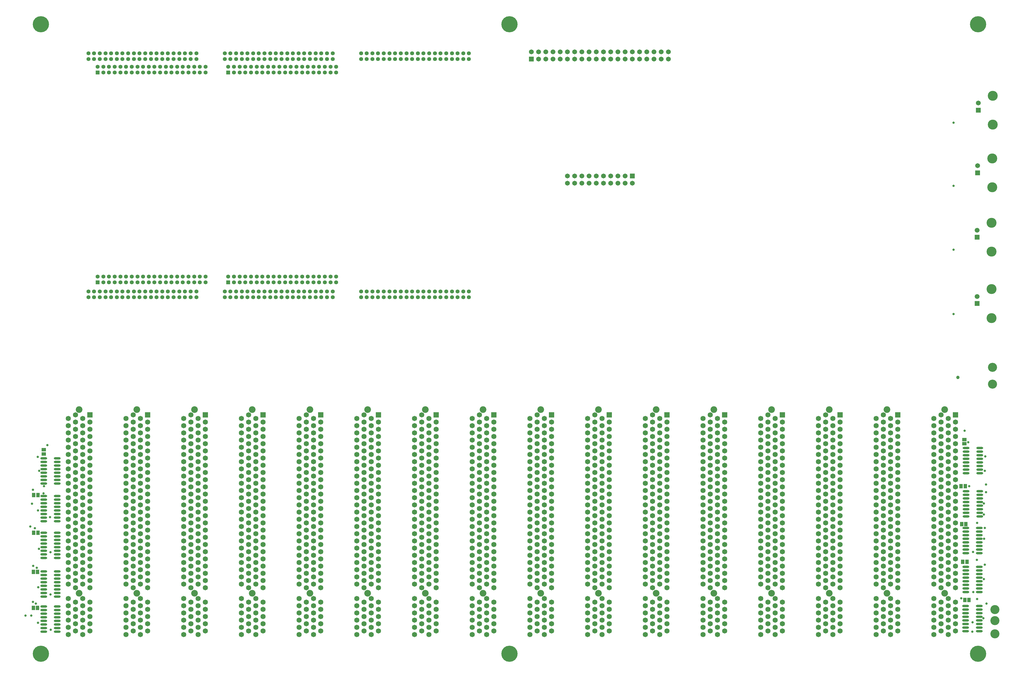
<source format=gbs>
%FSLAX25Y25*%
%MOIN*%
G70*
G01*
G75*
G04 Layer_Color=16711935*
%ADD10R,0.05512X0.05906*%
%ADD11R,0.05512X0.04331*%
%ADD12R,0.05709X0.02165*%
%ADD13R,0.05709X0.02165*%
%ADD14R,0.04331X0.06693*%
%ADD15R,0.08661X0.07874*%
%ADD16C,0.00500*%
%ADD17C,0.01181*%
%ADD18C,0.01969*%
%ADD19C,0.04724*%
%ADD20R,0.04724X0.04724*%
%ADD21R,0.05906X0.05906*%
%ADD22C,0.05906*%
%ADD23C,0.12992*%
%ADD24C,0.11811*%
%ADD25R,0.06378X0.06378*%
%ADD26C,0.06378*%
%ADD27C,0.08425*%
%ADD28C,0.21654*%
%ADD29C,0.02362*%
%ADD30C,0.03937*%
%ADD31O,0.08661X0.02362*%
%ADD32R,0.04331X0.05512*%
%ADD33C,0.00787*%
%ADD34C,0.00394*%
%ADD35C,0.00098*%
%ADD36C,0.00984*%
%ADD37C,0.01000*%
%ADD38C,0.00098*%
%ADD39C,0.00800*%
%ADD40C,0.00591*%
%ADD41R,0.06312X0.06706*%
%ADD42R,0.06312X0.05131*%
%ADD43R,0.06509X0.02965*%
%ADD44R,0.06509X0.02965*%
%ADD45R,0.05131X0.07493*%
%ADD46R,0.09461X0.08674*%
%ADD47C,0.05524*%
%ADD48R,0.05524X0.05524*%
%ADD49R,0.06706X0.06706*%
%ADD50C,0.06706*%
%ADD51C,0.13792*%
%ADD52C,0.12611*%
%ADD53R,0.07178X0.07178*%
%ADD54C,0.07178*%
%ADD55C,0.09225*%
%ADD56C,0.22453*%
%ADD57C,0.03162*%
%ADD58C,0.04737*%
%ADD59O,0.09461X0.03162*%
%ADD60R,0.05131X0.06312*%
D42*
X200787Y590354D02*
D03*
Y584449D02*
D03*
X1477165Y598622D02*
D03*
Y604528D02*
D03*
D47*
X317913Y1140748D02*
D03*
Y1132874D02*
D03*
X310039Y1140748D02*
D03*
Y1132874D02*
D03*
X302165D02*
D03*
Y1140748D02*
D03*
X278543D02*
D03*
Y1132874D02*
D03*
X286417D02*
D03*
Y1140748D02*
D03*
X294291Y1132874D02*
D03*
Y1140748D02*
D03*
X262795Y1132874D02*
D03*
Y1140748D02*
D03*
X270669Y1132874D02*
D03*
Y1140748D02*
D03*
X341535D02*
D03*
Y1132874D02*
D03*
X333661Y1140748D02*
D03*
Y1132874D02*
D03*
X325787D02*
D03*
Y1140748D02*
D03*
X365158D02*
D03*
Y1132874D02*
D03*
X357283Y1140748D02*
D03*
Y1132874D02*
D03*
X349410D02*
D03*
Y1140748D02*
D03*
X388779D02*
D03*
Y1132874D02*
D03*
X380906Y1140748D02*
D03*
Y1132874D02*
D03*
X373031D02*
D03*
Y1140748D02*
D03*
X396654D02*
D03*
Y1132874D02*
D03*
X404528D02*
D03*
Y1140748D02*
D03*
X412402Y1132874D02*
D03*
Y1140748D02*
D03*
X506890D02*
D03*
Y1132874D02*
D03*
X499016Y1140748D02*
D03*
Y1132874D02*
D03*
X491142D02*
D03*
Y1140748D02*
D03*
X467520D02*
D03*
Y1132874D02*
D03*
X475394D02*
D03*
Y1140748D02*
D03*
X483268Y1132874D02*
D03*
Y1140748D02*
D03*
X451772Y1132874D02*
D03*
Y1140748D02*
D03*
X459646Y1132874D02*
D03*
Y1140748D02*
D03*
X530512D02*
D03*
Y1132874D02*
D03*
X522638Y1140748D02*
D03*
Y1132874D02*
D03*
X514764D02*
D03*
Y1140748D02*
D03*
X554134D02*
D03*
Y1132874D02*
D03*
X546260Y1140748D02*
D03*
Y1132874D02*
D03*
X538386D02*
D03*
Y1140748D02*
D03*
X577756D02*
D03*
Y1132874D02*
D03*
X569882Y1140748D02*
D03*
Y1132874D02*
D03*
X562008D02*
D03*
Y1140748D02*
D03*
X585630D02*
D03*
Y1132874D02*
D03*
X593504D02*
D03*
Y1140748D02*
D03*
X601378Y1132874D02*
D03*
Y1140748D02*
D03*
X790354D02*
D03*
Y1132874D02*
D03*
X782480Y1140748D02*
D03*
Y1132874D02*
D03*
X774606D02*
D03*
Y1140748D02*
D03*
X750984D02*
D03*
Y1132874D02*
D03*
X758858D02*
D03*
Y1140748D02*
D03*
X766732Y1132874D02*
D03*
Y1140748D02*
D03*
X727362D02*
D03*
Y1132874D02*
D03*
X735236D02*
D03*
Y1140748D02*
D03*
X743110Y1132874D02*
D03*
Y1140748D02*
D03*
X703740D02*
D03*
Y1132874D02*
D03*
X711614D02*
D03*
Y1140748D02*
D03*
X719488Y1132874D02*
D03*
Y1140748D02*
D03*
X648622D02*
D03*
Y1132874D02*
D03*
X640748Y1140748D02*
D03*
Y1132874D02*
D03*
X672244Y1140748D02*
D03*
Y1132874D02*
D03*
X664370Y1140748D02*
D03*
Y1132874D02*
D03*
X656496D02*
D03*
Y1140748D02*
D03*
X680118D02*
D03*
Y1132874D02*
D03*
X687992D02*
D03*
Y1140748D02*
D03*
X695866Y1132874D02*
D03*
Y1140748D02*
D03*
X357283Y802165D02*
D03*
Y810039D02*
D03*
X365158Y802165D02*
D03*
Y810039D02*
D03*
X373031D02*
D03*
Y802165D02*
D03*
X396654D02*
D03*
Y810039D02*
D03*
X388779D02*
D03*
Y802165D02*
D03*
X380906Y810039D02*
D03*
Y802165D02*
D03*
X412402Y810039D02*
D03*
Y802165D02*
D03*
X404528Y810039D02*
D03*
Y802165D02*
D03*
X333661D02*
D03*
Y810039D02*
D03*
X341535Y802165D02*
D03*
Y810039D02*
D03*
X349409D02*
D03*
Y802165D02*
D03*
X310039D02*
D03*
Y810039D02*
D03*
X317913Y802165D02*
D03*
Y810039D02*
D03*
X325787D02*
D03*
Y802165D02*
D03*
X286417D02*
D03*
Y810039D02*
D03*
X294291Y802165D02*
D03*
Y810039D02*
D03*
X302165D02*
D03*
Y802165D02*
D03*
X278543D02*
D03*
Y810039D02*
D03*
X270669D02*
D03*
Y802165D02*
D03*
X262795Y810039D02*
D03*
Y802165D02*
D03*
X451772D02*
D03*
Y810039D02*
D03*
X459646Y802165D02*
D03*
Y810039D02*
D03*
X467520D02*
D03*
Y802165D02*
D03*
X491142D02*
D03*
Y810039D02*
D03*
X483268D02*
D03*
Y802165D02*
D03*
X475394Y810039D02*
D03*
Y802165D02*
D03*
X514764D02*
D03*
Y810039D02*
D03*
X506890D02*
D03*
Y802165D02*
D03*
X499016Y810039D02*
D03*
Y802165D02*
D03*
X538386D02*
D03*
Y810039D02*
D03*
X530512D02*
D03*
Y802165D02*
D03*
X522638Y810039D02*
D03*
Y802165D02*
D03*
X593504D02*
D03*
Y810039D02*
D03*
X601378Y802165D02*
D03*
Y810039D02*
D03*
X569882Y802165D02*
D03*
Y810039D02*
D03*
X577756Y802165D02*
D03*
Y810039D02*
D03*
X585630D02*
D03*
Y802165D02*
D03*
X562008D02*
D03*
Y810039D02*
D03*
X554134D02*
D03*
Y802165D02*
D03*
X546260Y810039D02*
D03*
Y802165D02*
D03*
X640748D02*
D03*
Y810039D02*
D03*
X648622Y802165D02*
D03*
Y810039D02*
D03*
X656496D02*
D03*
Y802165D02*
D03*
X680118D02*
D03*
Y810039D02*
D03*
X672244D02*
D03*
Y802165D02*
D03*
X664370Y810039D02*
D03*
Y802165D02*
D03*
X703740D02*
D03*
Y810039D02*
D03*
X695866D02*
D03*
Y802165D02*
D03*
X687992Y810039D02*
D03*
Y802165D02*
D03*
X727362D02*
D03*
Y810039D02*
D03*
X719488D02*
D03*
Y802165D02*
D03*
X711614Y810039D02*
D03*
Y802165D02*
D03*
X782480D02*
D03*
Y810039D02*
D03*
X790354Y802165D02*
D03*
Y810039D02*
D03*
X758858Y802165D02*
D03*
Y810039D02*
D03*
X766732Y802165D02*
D03*
Y810039D02*
D03*
X774606D02*
D03*
Y802165D02*
D03*
X750984D02*
D03*
Y810039D02*
D03*
X743110D02*
D03*
Y802165D02*
D03*
X735236Y810039D02*
D03*
Y802165D02*
D03*
X606299Y830709D02*
D03*
X598425D02*
D03*
X590551D02*
D03*
X582677D02*
D03*
X574803D02*
D03*
X566929D02*
D03*
X559055D02*
D03*
X551181D02*
D03*
X543307D02*
D03*
X535433D02*
D03*
X527559D02*
D03*
X519685D02*
D03*
X511811D02*
D03*
X503937D02*
D03*
X496063D02*
D03*
X488189D02*
D03*
X480315D02*
D03*
X472441D02*
D03*
X464567D02*
D03*
X456693D02*
D03*
X606299Y822835D02*
D03*
X598425D02*
D03*
X590551D02*
D03*
X582677D02*
D03*
X574803D02*
D03*
X566929D02*
D03*
X559055D02*
D03*
X551181D02*
D03*
X543307D02*
D03*
X535433D02*
D03*
X527559D02*
D03*
X519685D02*
D03*
X511811D02*
D03*
X503937D02*
D03*
X496063D02*
D03*
X488189D02*
D03*
X480315D02*
D03*
X472441D02*
D03*
X464567D02*
D03*
X425197Y1122047D02*
D03*
X417323D02*
D03*
X409449D02*
D03*
X401575D02*
D03*
X393701D02*
D03*
X385827D02*
D03*
X377953D02*
D03*
X370079D02*
D03*
X362205D02*
D03*
X354331D02*
D03*
X346457D02*
D03*
X338583D02*
D03*
X330709D02*
D03*
X322835D02*
D03*
X314961D02*
D03*
X307087D02*
D03*
X299213D02*
D03*
X291339D02*
D03*
X283465D02*
D03*
X275590D02*
D03*
X425197Y1114173D02*
D03*
X417323D02*
D03*
X409449D02*
D03*
X401575D02*
D03*
X393701D02*
D03*
X385827D02*
D03*
X377953D02*
D03*
X370079D02*
D03*
X362205D02*
D03*
X354331D02*
D03*
X346457D02*
D03*
X338583D02*
D03*
X330709D02*
D03*
X322835D02*
D03*
X314961D02*
D03*
X307087D02*
D03*
X299213D02*
D03*
X291339D02*
D03*
X283465D02*
D03*
X606299Y1122047D02*
D03*
X598425D02*
D03*
X590551D02*
D03*
X582677D02*
D03*
X574803D02*
D03*
X566929D02*
D03*
X559055D02*
D03*
X551181D02*
D03*
X543307D02*
D03*
X535433D02*
D03*
X527559D02*
D03*
X519685D02*
D03*
X511811D02*
D03*
X503937D02*
D03*
X496063D02*
D03*
X488189D02*
D03*
X480315D02*
D03*
X472441D02*
D03*
X464567D02*
D03*
X456693D02*
D03*
X606299Y1114173D02*
D03*
X598425D02*
D03*
X590551D02*
D03*
X582677D02*
D03*
X574803D02*
D03*
X566929D02*
D03*
X559055D02*
D03*
X551181D02*
D03*
X543307D02*
D03*
X535433D02*
D03*
X527559D02*
D03*
X519685D02*
D03*
X511811D02*
D03*
X503937D02*
D03*
X496063D02*
D03*
X488189D02*
D03*
X480315D02*
D03*
X472441D02*
D03*
X464567D02*
D03*
X425197Y830709D02*
D03*
X417323D02*
D03*
X409449D02*
D03*
X401575D02*
D03*
X393701D02*
D03*
X385827D02*
D03*
X377953D02*
D03*
X370079D02*
D03*
X362205D02*
D03*
X354331D02*
D03*
X346457D02*
D03*
X338583D02*
D03*
X330709D02*
D03*
X322835D02*
D03*
X314961D02*
D03*
X307087D02*
D03*
X299213D02*
D03*
X291339D02*
D03*
X283465D02*
D03*
X275590D02*
D03*
X425197Y822835D02*
D03*
X417323D02*
D03*
X409449D02*
D03*
X401575D02*
D03*
X393701D02*
D03*
X385827D02*
D03*
X377953D02*
D03*
X370079D02*
D03*
X362205D02*
D03*
X354331D02*
D03*
X346457D02*
D03*
X338583D02*
D03*
X330709D02*
D03*
X322835D02*
D03*
X314961D02*
D03*
X307087D02*
D03*
X299213D02*
D03*
X291339D02*
D03*
X283465D02*
D03*
D48*
X456693D02*
D03*
X275590Y1114173D02*
D03*
X456693D02*
D03*
X275590Y822835D02*
D03*
D49*
X1016929Y970472D02*
D03*
X876772Y1132677D02*
D03*
X1496457Y1061811D02*
D03*
X1495669Y974803D02*
D03*
X1494882Y885433D02*
D03*
Y793307D02*
D03*
D50*
X1016929Y960472D02*
D03*
X1006929Y970472D02*
D03*
Y960472D02*
D03*
X996929Y970472D02*
D03*
Y960472D02*
D03*
X986929Y970472D02*
D03*
Y960472D02*
D03*
X976929Y970472D02*
D03*
Y960472D02*
D03*
X966929Y970472D02*
D03*
Y960472D02*
D03*
X956929Y970472D02*
D03*
Y960472D02*
D03*
X946929Y970472D02*
D03*
Y960472D02*
D03*
X936929Y970472D02*
D03*
Y960472D02*
D03*
X926929Y970472D02*
D03*
Y960472D02*
D03*
X1066772Y1142677D02*
D03*
Y1132677D02*
D03*
X1056772Y1142677D02*
D03*
Y1132677D02*
D03*
X1046772Y1142677D02*
D03*
Y1132677D02*
D03*
X1036772Y1142677D02*
D03*
Y1132677D02*
D03*
X1026772Y1142677D02*
D03*
Y1132677D02*
D03*
X1016772Y1142677D02*
D03*
Y1132677D02*
D03*
X1006772Y1142677D02*
D03*
Y1132677D02*
D03*
X996772Y1142677D02*
D03*
Y1132677D02*
D03*
X986772Y1142677D02*
D03*
Y1132677D02*
D03*
X976772Y1142677D02*
D03*
Y1132677D02*
D03*
X966772Y1142677D02*
D03*
Y1132677D02*
D03*
X956772Y1142677D02*
D03*
Y1132677D02*
D03*
X946772Y1142677D02*
D03*
Y1132677D02*
D03*
X936772Y1142677D02*
D03*
Y1132677D02*
D03*
X926772Y1142677D02*
D03*
Y1132677D02*
D03*
X916772Y1142677D02*
D03*
Y1132677D02*
D03*
X906772Y1142677D02*
D03*
Y1132677D02*
D03*
X896772Y1142677D02*
D03*
Y1132677D02*
D03*
X886772Y1142677D02*
D03*
Y1132677D02*
D03*
X876772Y1142677D02*
D03*
X1496457Y1071653D02*
D03*
X1495669Y984646D02*
D03*
X1494882Y895276D02*
D03*
Y803150D02*
D03*
D51*
X1516535Y1041732D02*
D03*
Y1081890D02*
D03*
X1515748Y954724D02*
D03*
Y994882D02*
D03*
X1514961Y865354D02*
D03*
Y905512D02*
D03*
Y773228D02*
D03*
Y813386D02*
D03*
D52*
X1516142Y704724D02*
D03*
Y681496D02*
D03*
X1519685Y368504D02*
D03*
Y353150D02*
D03*
Y334646D02*
D03*
D53*
X825000Y638750D02*
D03*
X745000D02*
D03*
X665000D02*
D03*
X585000D02*
D03*
X505000D02*
D03*
X425000D02*
D03*
X345000D02*
D03*
X1465000D02*
D03*
X1385000D02*
D03*
X1305000D02*
D03*
X1225000D02*
D03*
X1145000D02*
D03*
X1065000D02*
D03*
X985000D02*
D03*
X905000D02*
D03*
X265000D02*
D03*
D54*
X805000Y338750D02*
D03*
X795000Y333750D02*
D03*
X825000Y338750D02*
D03*
X815000Y333750D02*
D03*
X805000Y348750D02*
D03*
X795000Y343750D02*
D03*
X825000Y348750D02*
D03*
X815000Y343750D02*
D03*
X805000Y358750D02*
D03*
X795000Y353750D02*
D03*
X825000Y358750D02*
D03*
X815000Y353750D02*
D03*
X805000Y368750D02*
D03*
X795000Y363750D02*
D03*
X825000Y368750D02*
D03*
X815000Y363750D02*
D03*
X805000Y378750D02*
D03*
X795000Y373750D02*
D03*
X825000Y378750D02*
D03*
X815000Y373750D02*
D03*
X805000Y398750D02*
D03*
X795000Y383750D02*
D03*
X825000Y398750D02*
D03*
X815000Y383750D02*
D03*
X805000Y408750D02*
D03*
X795000Y403750D02*
D03*
X825000Y408750D02*
D03*
X815000Y403750D02*
D03*
X805000Y418750D02*
D03*
X795000Y413750D02*
D03*
X825000Y418750D02*
D03*
X815000Y413750D02*
D03*
X805000Y428750D02*
D03*
X795000Y423750D02*
D03*
X825000Y428750D02*
D03*
X815000Y423750D02*
D03*
X805000Y438750D02*
D03*
X795000Y433750D02*
D03*
X825000Y438750D02*
D03*
X815000Y433750D02*
D03*
X805000Y448750D02*
D03*
X795000Y443750D02*
D03*
X825000Y448750D02*
D03*
X815000Y443750D02*
D03*
X805000Y458750D02*
D03*
X795000Y453750D02*
D03*
X825000Y458750D02*
D03*
X815000Y453750D02*
D03*
X805000Y468750D02*
D03*
X795000Y463750D02*
D03*
X825000Y468750D02*
D03*
X815000Y463750D02*
D03*
X805000Y478750D02*
D03*
X795000Y473750D02*
D03*
X825000Y478750D02*
D03*
X815000Y473750D02*
D03*
X805000Y488750D02*
D03*
X795000Y483750D02*
D03*
X825000Y488750D02*
D03*
X815000Y483750D02*
D03*
X805000Y498750D02*
D03*
X795000Y493750D02*
D03*
X825000Y498750D02*
D03*
X815000Y493750D02*
D03*
X805000Y508750D02*
D03*
X795000Y503750D02*
D03*
X825000Y508750D02*
D03*
X815000Y503750D02*
D03*
X805000Y518750D02*
D03*
X795000Y513750D02*
D03*
X825000Y518750D02*
D03*
X815000Y513750D02*
D03*
X805000Y528750D02*
D03*
X795000Y523750D02*
D03*
X825000Y528750D02*
D03*
X815000Y523750D02*
D03*
X805000Y538750D02*
D03*
X795000Y533750D02*
D03*
X825000Y538750D02*
D03*
X815000Y533750D02*
D03*
X805000Y548750D02*
D03*
X795000Y543750D02*
D03*
X825000Y548750D02*
D03*
X815000Y543750D02*
D03*
X805000Y558750D02*
D03*
X795000Y553750D02*
D03*
X825000Y558750D02*
D03*
X815000Y553750D02*
D03*
X805000Y568750D02*
D03*
X795000Y563750D02*
D03*
X825000Y568750D02*
D03*
X815000Y563750D02*
D03*
X805000Y578750D02*
D03*
X795000Y573750D02*
D03*
X825000Y578750D02*
D03*
X815000Y573750D02*
D03*
X805000Y588750D02*
D03*
X795000Y583750D02*
D03*
X825000Y588750D02*
D03*
X815000Y583750D02*
D03*
X805000Y598750D02*
D03*
X795000Y593750D02*
D03*
X825000Y598750D02*
D03*
X815000Y593750D02*
D03*
X805000Y608750D02*
D03*
X795000Y603750D02*
D03*
X825000Y608750D02*
D03*
X815000Y603750D02*
D03*
X805000Y618750D02*
D03*
X795000Y613750D02*
D03*
X825000Y618750D02*
D03*
X815000Y613750D02*
D03*
X805000Y628750D02*
D03*
X795000Y623750D02*
D03*
X825000Y628750D02*
D03*
X815000Y623750D02*
D03*
X805000Y638750D02*
D03*
X795000Y633750D02*
D03*
X815000D02*
D03*
X725000Y338750D02*
D03*
X715000Y333750D02*
D03*
X745000Y338750D02*
D03*
X735000Y333750D02*
D03*
X725000Y348750D02*
D03*
X715000Y343750D02*
D03*
X745000Y348750D02*
D03*
X735000Y343750D02*
D03*
X725000Y358750D02*
D03*
X715000Y353750D02*
D03*
X745000Y358750D02*
D03*
X735000Y353750D02*
D03*
X725000Y368750D02*
D03*
X715000Y363750D02*
D03*
X745000Y368750D02*
D03*
X735000Y363750D02*
D03*
X725000Y378750D02*
D03*
X715000Y373750D02*
D03*
X745000Y378750D02*
D03*
X735000Y373750D02*
D03*
X725000Y398750D02*
D03*
X715000Y383750D02*
D03*
X745000Y398750D02*
D03*
X735000Y383750D02*
D03*
X725000Y408750D02*
D03*
X715000Y403750D02*
D03*
X745000Y408750D02*
D03*
X735000Y403750D02*
D03*
X725000Y418750D02*
D03*
X715000Y413750D02*
D03*
X745000Y418750D02*
D03*
X735000Y413750D02*
D03*
X725000Y428750D02*
D03*
X715000Y423750D02*
D03*
X745000Y428750D02*
D03*
X735000Y423750D02*
D03*
X725000Y438750D02*
D03*
X715000Y433750D02*
D03*
X745000Y438750D02*
D03*
X735000Y433750D02*
D03*
X725000Y448750D02*
D03*
X715000Y443750D02*
D03*
X745000Y448750D02*
D03*
X735000Y443750D02*
D03*
X725000Y458750D02*
D03*
X715000Y453750D02*
D03*
X745000Y458750D02*
D03*
X735000Y453750D02*
D03*
X725000Y468750D02*
D03*
X715000Y463750D02*
D03*
X745000Y468750D02*
D03*
X735000Y463750D02*
D03*
X725000Y478750D02*
D03*
X715000Y473750D02*
D03*
X745000Y478750D02*
D03*
X735000Y473750D02*
D03*
X725000Y488750D02*
D03*
X715000Y483750D02*
D03*
X745000Y488750D02*
D03*
X735000Y483750D02*
D03*
X725000Y498750D02*
D03*
X715000Y493750D02*
D03*
X745000Y498750D02*
D03*
X735000Y493750D02*
D03*
X725000Y508750D02*
D03*
X715000Y503750D02*
D03*
X745000Y508750D02*
D03*
X735000Y503750D02*
D03*
X725000Y518750D02*
D03*
X715000Y513750D02*
D03*
X745000Y518750D02*
D03*
X735000Y513750D02*
D03*
X725000Y528750D02*
D03*
X715000Y523750D02*
D03*
X745000Y528750D02*
D03*
X735000Y523750D02*
D03*
X725000Y538750D02*
D03*
X715000Y533750D02*
D03*
X745000Y538750D02*
D03*
X735000Y533750D02*
D03*
X725000Y548750D02*
D03*
X715000Y543750D02*
D03*
X745000Y548750D02*
D03*
X735000Y543750D02*
D03*
X725000Y558750D02*
D03*
X715000Y553750D02*
D03*
X745000Y558750D02*
D03*
X735000Y553750D02*
D03*
X725000Y568750D02*
D03*
X715000Y563750D02*
D03*
X745000Y568750D02*
D03*
X735000Y563750D02*
D03*
X725000Y578750D02*
D03*
X715000Y573750D02*
D03*
X745000Y578750D02*
D03*
X735000Y573750D02*
D03*
X725000Y588750D02*
D03*
X715000Y583750D02*
D03*
X745000Y588750D02*
D03*
X735000Y583750D02*
D03*
X725000Y598750D02*
D03*
X715000Y593750D02*
D03*
X745000Y598750D02*
D03*
X735000Y593750D02*
D03*
X725000Y608750D02*
D03*
X715000Y603750D02*
D03*
X745000Y608750D02*
D03*
X735000Y603750D02*
D03*
X725000Y618750D02*
D03*
X715000Y613750D02*
D03*
X745000Y618750D02*
D03*
X735000Y613750D02*
D03*
X725000Y628750D02*
D03*
X715000Y623750D02*
D03*
X745000Y628750D02*
D03*
X735000Y623750D02*
D03*
X725000Y638750D02*
D03*
X715000Y633750D02*
D03*
X735000D02*
D03*
X645000Y338750D02*
D03*
X635000Y333750D02*
D03*
X665000Y338750D02*
D03*
X655000Y333750D02*
D03*
X645000Y348750D02*
D03*
X635000Y343750D02*
D03*
X665000Y348750D02*
D03*
X655000Y343750D02*
D03*
X645000Y358750D02*
D03*
X635000Y353750D02*
D03*
X665000Y358750D02*
D03*
X655000Y353750D02*
D03*
X645000Y368750D02*
D03*
X635000Y363750D02*
D03*
X665000Y368750D02*
D03*
X655000Y363750D02*
D03*
X645000Y378750D02*
D03*
X635000Y373750D02*
D03*
X665000Y378750D02*
D03*
X655000Y373750D02*
D03*
X645000Y398750D02*
D03*
X635000Y383750D02*
D03*
X665000Y398750D02*
D03*
X655000Y383750D02*
D03*
X645000Y408750D02*
D03*
X635000Y403750D02*
D03*
X665000Y408750D02*
D03*
X655000Y403750D02*
D03*
X645000Y418750D02*
D03*
X635000Y413750D02*
D03*
X665000Y418750D02*
D03*
X655000Y413750D02*
D03*
X645000Y428750D02*
D03*
X635000Y423750D02*
D03*
X665000Y428750D02*
D03*
X655000Y423750D02*
D03*
X645000Y438750D02*
D03*
X635000Y433750D02*
D03*
X665000Y438750D02*
D03*
X655000Y433750D02*
D03*
X645000Y448750D02*
D03*
X635000Y443750D02*
D03*
X665000Y448750D02*
D03*
X655000Y443750D02*
D03*
X645000Y458750D02*
D03*
X635000Y453750D02*
D03*
X665000Y458750D02*
D03*
X655000Y453750D02*
D03*
X645000Y468750D02*
D03*
X635000Y463750D02*
D03*
X665000Y468750D02*
D03*
X655000Y463750D02*
D03*
X645000Y478750D02*
D03*
X635000Y473750D02*
D03*
X665000Y478750D02*
D03*
X655000Y473750D02*
D03*
X645000Y488750D02*
D03*
X635000Y483750D02*
D03*
X665000Y488750D02*
D03*
X655000Y483750D02*
D03*
X645000Y498750D02*
D03*
X635000Y493750D02*
D03*
X665000Y498750D02*
D03*
X655000Y493750D02*
D03*
X645000Y508750D02*
D03*
X635000Y503750D02*
D03*
X665000Y508750D02*
D03*
X655000Y503750D02*
D03*
X645000Y518750D02*
D03*
X635000Y513750D02*
D03*
X665000Y518750D02*
D03*
X655000Y513750D02*
D03*
X645000Y528750D02*
D03*
X635000Y523750D02*
D03*
X665000Y528750D02*
D03*
X655000Y523750D02*
D03*
X645000Y538750D02*
D03*
X635000Y533750D02*
D03*
X665000Y538750D02*
D03*
X655000Y533750D02*
D03*
X645000Y548750D02*
D03*
X635000Y543750D02*
D03*
X665000Y548750D02*
D03*
X655000Y543750D02*
D03*
X645000Y558750D02*
D03*
X635000Y553750D02*
D03*
X665000Y558750D02*
D03*
X655000Y553750D02*
D03*
X645000Y568750D02*
D03*
X635000Y563750D02*
D03*
X665000Y568750D02*
D03*
X655000Y563750D02*
D03*
X645000Y578750D02*
D03*
X635000Y573750D02*
D03*
X665000Y578750D02*
D03*
X655000Y573750D02*
D03*
X645000Y588750D02*
D03*
X635000Y583750D02*
D03*
X665000Y588750D02*
D03*
X655000Y583750D02*
D03*
X645000Y598750D02*
D03*
X635000Y593750D02*
D03*
X665000Y598750D02*
D03*
X655000Y593750D02*
D03*
X645000Y608750D02*
D03*
X635000Y603750D02*
D03*
X665000Y608750D02*
D03*
X655000Y603750D02*
D03*
X645000Y618750D02*
D03*
X635000Y613750D02*
D03*
X665000Y618750D02*
D03*
X655000Y613750D02*
D03*
X645000Y628750D02*
D03*
X635000Y623750D02*
D03*
X665000Y628750D02*
D03*
X655000Y623750D02*
D03*
X645000Y638750D02*
D03*
X635000Y633750D02*
D03*
X655000D02*
D03*
X565000Y338750D02*
D03*
X555000Y333750D02*
D03*
X585000Y338750D02*
D03*
X575000Y333750D02*
D03*
X565000Y348750D02*
D03*
X555000Y343750D02*
D03*
X585000Y348750D02*
D03*
X575000Y343750D02*
D03*
X565000Y358750D02*
D03*
X555000Y353750D02*
D03*
X585000Y358750D02*
D03*
X575000Y353750D02*
D03*
X565000Y368750D02*
D03*
X555000Y363750D02*
D03*
X585000Y368750D02*
D03*
X575000Y363750D02*
D03*
X565000Y378750D02*
D03*
X555000Y373750D02*
D03*
X585000Y378750D02*
D03*
X575000Y373750D02*
D03*
X565000Y398750D02*
D03*
X555000Y383750D02*
D03*
X585000Y398750D02*
D03*
X575000Y383750D02*
D03*
X565000Y408750D02*
D03*
X555000Y403750D02*
D03*
X585000Y408750D02*
D03*
X575000Y403750D02*
D03*
X565000Y418750D02*
D03*
X555000Y413750D02*
D03*
X585000Y418750D02*
D03*
X575000Y413750D02*
D03*
X565000Y428750D02*
D03*
X555000Y423750D02*
D03*
X585000Y428750D02*
D03*
X575000Y423750D02*
D03*
X565000Y438750D02*
D03*
X555000Y433750D02*
D03*
X585000Y438750D02*
D03*
X575000Y433750D02*
D03*
X565000Y448750D02*
D03*
X555000Y443750D02*
D03*
X585000Y448750D02*
D03*
X575000Y443750D02*
D03*
X565000Y458750D02*
D03*
X555000Y453750D02*
D03*
X585000Y458750D02*
D03*
X575000Y453750D02*
D03*
X565000Y468750D02*
D03*
X555000Y463750D02*
D03*
X585000Y468750D02*
D03*
X575000Y463750D02*
D03*
X565000Y478750D02*
D03*
X555000Y473750D02*
D03*
X585000Y478750D02*
D03*
X575000Y473750D02*
D03*
X565000Y488750D02*
D03*
X555000Y483750D02*
D03*
X585000Y488750D02*
D03*
X575000Y483750D02*
D03*
X565000Y498750D02*
D03*
X555000Y493750D02*
D03*
X585000Y498750D02*
D03*
X575000Y493750D02*
D03*
X565000Y508750D02*
D03*
X555000Y503750D02*
D03*
X585000Y508750D02*
D03*
X575000Y503750D02*
D03*
X565000Y518750D02*
D03*
X555000Y513750D02*
D03*
X585000Y518750D02*
D03*
X575000Y513750D02*
D03*
X565000Y528750D02*
D03*
X555000Y523750D02*
D03*
X585000Y528750D02*
D03*
X575000Y523750D02*
D03*
X565000Y538750D02*
D03*
X555000Y533750D02*
D03*
X585000Y538750D02*
D03*
X575000Y533750D02*
D03*
X565000Y548750D02*
D03*
X555000Y543750D02*
D03*
X585000Y548750D02*
D03*
X575000Y543750D02*
D03*
X565000Y558750D02*
D03*
X555000Y553750D02*
D03*
X585000Y558750D02*
D03*
X575000Y553750D02*
D03*
X565000Y568750D02*
D03*
X555000Y563750D02*
D03*
X585000Y568750D02*
D03*
X575000Y563750D02*
D03*
X565000Y578750D02*
D03*
X555000Y573750D02*
D03*
X585000Y578750D02*
D03*
X575000Y573750D02*
D03*
X565000Y588750D02*
D03*
X555000Y583750D02*
D03*
X585000Y588750D02*
D03*
X575000Y583750D02*
D03*
X565000Y598750D02*
D03*
X555000Y593750D02*
D03*
X585000Y598750D02*
D03*
X575000Y593750D02*
D03*
X565000Y608750D02*
D03*
X555000Y603750D02*
D03*
X585000Y608750D02*
D03*
X575000Y603750D02*
D03*
X565000Y618750D02*
D03*
X555000Y613750D02*
D03*
X585000Y618750D02*
D03*
X575000Y613750D02*
D03*
X565000Y628750D02*
D03*
X555000Y623750D02*
D03*
X585000Y628750D02*
D03*
X575000Y623750D02*
D03*
X565000Y638750D02*
D03*
X555000Y633750D02*
D03*
X575000D02*
D03*
X485000Y338750D02*
D03*
X475000Y333750D02*
D03*
X505000Y338750D02*
D03*
X495000Y333750D02*
D03*
X485000Y348750D02*
D03*
X475000Y343750D02*
D03*
X505000Y348750D02*
D03*
X495000Y343750D02*
D03*
X485000Y358750D02*
D03*
X475000Y353750D02*
D03*
X505000Y358750D02*
D03*
X495000Y353750D02*
D03*
X485000Y368750D02*
D03*
X475000Y363750D02*
D03*
X505000Y368750D02*
D03*
X495000Y363750D02*
D03*
X485000Y378750D02*
D03*
X475000Y373750D02*
D03*
X505000Y378750D02*
D03*
X495000Y373750D02*
D03*
X485000Y398750D02*
D03*
X475000Y383750D02*
D03*
X505000Y398750D02*
D03*
X495000Y383750D02*
D03*
X485000Y408750D02*
D03*
X475000Y403750D02*
D03*
X505000Y408750D02*
D03*
X495000Y403750D02*
D03*
X485000Y418750D02*
D03*
X475000Y413750D02*
D03*
X505000Y418750D02*
D03*
X495000Y413750D02*
D03*
X485000Y428750D02*
D03*
X475000Y423750D02*
D03*
X505000Y428750D02*
D03*
X495000Y423750D02*
D03*
X485000Y438750D02*
D03*
X475000Y433750D02*
D03*
X505000Y438750D02*
D03*
X495000Y433750D02*
D03*
X485000Y448750D02*
D03*
X475000Y443750D02*
D03*
X505000Y448750D02*
D03*
X495000Y443750D02*
D03*
X485000Y458750D02*
D03*
X475000Y453750D02*
D03*
X505000Y458750D02*
D03*
X495000Y453750D02*
D03*
X485000Y468750D02*
D03*
X475000Y463750D02*
D03*
X505000Y468750D02*
D03*
X495000Y463750D02*
D03*
X485000Y478750D02*
D03*
X475000Y473750D02*
D03*
X505000Y478750D02*
D03*
X495000Y473750D02*
D03*
X485000Y488750D02*
D03*
X475000Y483750D02*
D03*
X505000Y488750D02*
D03*
X495000Y483750D02*
D03*
X485000Y498750D02*
D03*
X475000Y493750D02*
D03*
X505000Y498750D02*
D03*
X495000Y493750D02*
D03*
X485000Y508750D02*
D03*
X475000Y503750D02*
D03*
X505000Y508750D02*
D03*
X495000Y503750D02*
D03*
X485000Y518750D02*
D03*
X475000Y513750D02*
D03*
X505000Y518750D02*
D03*
X495000Y513750D02*
D03*
X485000Y528750D02*
D03*
X475000Y523750D02*
D03*
X505000Y528750D02*
D03*
X495000Y523750D02*
D03*
X485000Y538750D02*
D03*
X475000Y533750D02*
D03*
X505000Y538750D02*
D03*
X495000Y533750D02*
D03*
X485000Y548750D02*
D03*
X475000Y543750D02*
D03*
X505000Y548750D02*
D03*
X495000Y543750D02*
D03*
X485000Y558750D02*
D03*
X475000Y553750D02*
D03*
X505000Y558750D02*
D03*
X495000Y553750D02*
D03*
X485000Y568750D02*
D03*
X475000Y563750D02*
D03*
X505000Y568750D02*
D03*
X495000Y563750D02*
D03*
X485000Y578750D02*
D03*
X475000Y573750D02*
D03*
X505000Y578750D02*
D03*
X495000Y573750D02*
D03*
X485000Y588750D02*
D03*
X475000Y583750D02*
D03*
X505000Y588750D02*
D03*
X495000Y583750D02*
D03*
X485000Y598750D02*
D03*
X475000Y593750D02*
D03*
X505000Y598750D02*
D03*
X495000Y593750D02*
D03*
X485000Y608750D02*
D03*
X475000Y603750D02*
D03*
X505000Y608750D02*
D03*
X495000Y603750D02*
D03*
X485000Y618750D02*
D03*
X475000Y613750D02*
D03*
X505000Y618750D02*
D03*
X495000Y613750D02*
D03*
X485000Y628750D02*
D03*
X475000Y623750D02*
D03*
X505000Y628750D02*
D03*
X495000Y623750D02*
D03*
X485000Y638750D02*
D03*
X475000Y633750D02*
D03*
X495000D02*
D03*
X405000Y338750D02*
D03*
X395000Y333750D02*
D03*
X425000Y338750D02*
D03*
X415000Y333750D02*
D03*
X405000Y348750D02*
D03*
X395000Y343750D02*
D03*
X425000Y348750D02*
D03*
X415000Y343750D02*
D03*
X405000Y358750D02*
D03*
X395000Y353750D02*
D03*
X425000Y358750D02*
D03*
X415000Y353750D02*
D03*
X405000Y368750D02*
D03*
X395000Y363750D02*
D03*
X425000Y368750D02*
D03*
X415000Y363750D02*
D03*
X405000Y378750D02*
D03*
X395000Y373750D02*
D03*
X425000Y378750D02*
D03*
X415000Y373750D02*
D03*
X405000Y398750D02*
D03*
X395000Y383750D02*
D03*
X425000Y398750D02*
D03*
X415000Y383750D02*
D03*
X405000Y408750D02*
D03*
X395000Y403750D02*
D03*
X425000Y408750D02*
D03*
X415000Y403750D02*
D03*
X405000Y418750D02*
D03*
X395000Y413750D02*
D03*
X425000Y418750D02*
D03*
X415000Y413750D02*
D03*
X405000Y428750D02*
D03*
X395000Y423750D02*
D03*
X425000Y428750D02*
D03*
X415000Y423750D02*
D03*
X405000Y438750D02*
D03*
X395000Y433750D02*
D03*
X425000Y438750D02*
D03*
X415000Y433750D02*
D03*
X405000Y448750D02*
D03*
X395000Y443750D02*
D03*
X425000Y448750D02*
D03*
X415000Y443750D02*
D03*
X405000Y458750D02*
D03*
X395000Y453750D02*
D03*
X425000Y458750D02*
D03*
X415000Y453750D02*
D03*
X405000Y468750D02*
D03*
X395000Y463750D02*
D03*
X425000Y468750D02*
D03*
X415000Y463750D02*
D03*
X405000Y478750D02*
D03*
X395000Y473750D02*
D03*
X425000Y478750D02*
D03*
X415000Y473750D02*
D03*
X405000Y488750D02*
D03*
X395000Y483750D02*
D03*
X425000Y488750D02*
D03*
X415000Y483750D02*
D03*
X405000Y498750D02*
D03*
X395000Y493750D02*
D03*
X425000Y498750D02*
D03*
X415000Y493750D02*
D03*
X405000Y508750D02*
D03*
X395000Y503750D02*
D03*
X425000Y508750D02*
D03*
X415000Y503750D02*
D03*
X405000Y518750D02*
D03*
X395000Y513750D02*
D03*
X425000Y518750D02*
D03*
X415000Y513750D02*
D03*
X405000Y528750D02*
D03*
X395000Y523750D02*
D03*
X425000Y528750D02*
D03*
X415000Y523750D02*
D03*
X405000Y538750D02*
D03*
X395000Y533750D02*
D03*
X425000Y538750D02*
D03*
X415000Y533750D02*
D03*
X405000Y548750D02*
D03*
X395000Y543750D02*
D03*
X425000Y548750D02*
D03*
X415000Y543750D02*
D03*
X405000Y558750D02*
D03*
X395000Y553750D02*
D03*
X425000Y558750D02*
D03*
X415000Y553750D02*
D03*
X405000Y568750D02*
D03*
X395000Y563750D02*
D03*
X425000Y568750D02*
D03*
X415000Y563750D02*
D03*
X405000Y578750D02*
D03*
X395000Y573750D02*
D03*
X425000Y578750D02*
D03*
X415000Y573750D02*
D03*
X405000Y588750D02*
D03*
X395000Y583750D02*
D03*
X425000Y588750D02*
D03*
X415000Y583750D02*
D03*
X405000Y598750D02*
D03*
X395000Y593750D02*
D03*
X425000Y598750D02*
D03*
X415000Y593750D02*
D03*
X405000Y608750D02*
D03*
X395000Y603750D02*
D03*
X425000Y608750D02*
D03*
X415000Y603750D02*
D03*
X405000Y618750D02*
D03*
X395000Y613750D02*
D03*
X425000Y618750D02*
D03*
X415000Y613750D02*
D03*
X405000Y628750D02*
D03*
X395000Y623750D02*
D03*
X425000Y628750D02*
D03*
X415000Y623750D02*
D03*
X405000Y638750D02*
D03*
X395000Y633750D02*
D03*
X415000D02*
D03*
X325000Y338750D02*
D03*
X315000Y333750D02*
D03*
X345000Y338750D02*
D03*
X335000Y333750D02*
D03*
X325000Y348750D02*
D03*
X315000Y343750D02*
D03*
X345000Y348750D02*
D03*
X335000Y343750D02*
D03*
X325000Y358750D02*
D03*
X315000Y353750D02*
D03*
X345000Y358750D02*
D03*
X335000Y353750D02*
D03*
X325000Y368750D02*
D03*
X315000Y363750D02*
D03*
X345000Y368750D02*
D03*
X335000Y363750D02*
D03*
X325000Y378750D02*
D03*
X315000Y373750D02*
D03*
X345000Y378750D02*
D03*
X335000Y373750D02*
D03*
X325000Y398750D02*
D03*
X315000Y383750D02*
D03*
X345000Y398750D02*
D03*
X335000Y383750D02*
D03*
X325000Y408750D02*
D03*
X315000Y403750D02*
D03*
X345000Y408750D02*
D03*
X335000Y403750D02*
D03*
X325000Y418750D02*
D03*
X315000Y413750D02*
D03*
X345000Y418750D02*
D03*
X335000Y413750D02*
D03*
X325000Y428750D02*
D03*
X315000Y423750D02*
D03*
X345000Y428750D02*
D03*
X335000Y423750D02*
D03*
X325000Y438750D02*
D03*
X315000Y433750D02*
D03*
X345000Y438750D02*
D03*
X335000Y433750D02*
D03*
X325000Y448750D02*
D03*
X315000Y443750D02*
D03*
X345000Y448750D02*
D03*
X335000Y443750D02*
D03*
X325000Y458750D02*
D03*
X315000Y453750D02*
D03*
X345000Y458750D02*
D03*
X335000Y453750D02*
D03*
X325000Y468750D02*
D03*
X315000Y463750D02*
D03*
X345000Y468750D02*
D03*
X335000Y463750D02*
D03*
X325000Y478750D02*
D03*
X315000Y473750D02*
D03*
X345000Y478750D02*
D03*
X335000Y473750D02*
D03*
X325000Y488750D02*
D03*
X315000Y483750D02*
D03*
X345000Y488750D02*
D03*
X335000Y483750D02*
D03*
X325000Y498750D02*
D03*
X315000Y493750D02*
D03*
X345000Y498750D02*
D03*
X335000Y493750D02*
D03*
X325000Y508750D02*
D03*
X315000Y503750D02*
D03*
X345000Y508750D02*
D03*
X335000Y503750D02*
D03*
X325000Y518750D02*
D03*
X315000Y513750D02*
D03*
X345000Y518750D02*
D03*
X335000Y513750D02*
D03*
X325000Y528750D02*
D03*
X315000Y523750D02*
D03*
X345000Y528750D02*
D03*
X335000Y523750D02*
D03*
X325000Y538750D02*
D03*
X315000Y533750D02*
D03*
X345000Y538750D02*
D03*
X335000Y533750D02*
D03*
X325000Y548750D02*
D03*
X315000Y543750D02*
D03*
X345000Y548750D02*
D03*
X335000Y543750D02*
D03*
X325000Y558750D02*
D03*
X315000Y553750D02*
D03*
X345000Y558750D02*
D03*
X335000Y553750D02*
D03*
X325000Y568750D02*
D03*
X315000Y563750D02*
D03*
X345000Y568750D02*
D03*
X335000Y563750D02*
D03*
X325000Y578750D02*
D03*
X315000Y573750D02*
D03*
X345000Y578750D02*
D03*
X335000Y573750D02*
D03*
X325000Y588750D02*
D03*
X315000Y583750D02*
D03*
X345000Y588750D02*
D03*
X335000Y583750D02*
D03*
X325000Y598750D02*
D03*
X315000Y593750D02*
D03*
X345000Y598750D02*
D03*
X335000Y593750D02*
D03*
X325000Y608750D02*
D03*
X315000Y603750D02*
D03*
X345000Y608750D02*
D03*
X335000Y603750D02*
D03*
X325000Y618750D02*
D03*
X315000Y613750D02*
D03*
X345000Y618750D02*
D03*
X335000Y613750D02*
D03*
X325000Y628750D02*
D03*
X315000Y623750D02*
D03*
X345000Y628750D02*
D03*
X335000Y623750D02*
D03*
X325000Y638750D02*
D03*
X315000Y633750D02*
D03*
X335000D02*
D03*
X1445000Y338750D02*
D03*
X1435000Y333750D02*
D03*
X1465000Y338750D02*
D03*
X1455000Y333750D02*
D03*
X1445000Y348750D02*
D03*
X1435000Y343750D02*
D03*
X1465000Y348750D02*
D03*
X1455000Y343750D02*
D03*
X1445000Y358750D02*
D03*
X1435000Y353750D02*
D03*
X1465000Y358750D02*
D03*
X1455000Y353750D02*
D03*
X1445000Y368750D02*
D03*
X1435000Y363750D02*
D03*
X1465000Y368750D02*
D03*
X1455000Y363750D02*
D03*
X1445000Y378750D02*
D03*
X1435000Y373750D02*
D03*
X1465000Y378750D02*
D03*
X1455000Y373750D02*
D03*
X1445000Y398750D02*
D03*
X1435000Y383750D02*
D03*
X1465000Y398750D02*
D03*
X1455000Y383750D02*
D03*
X1445000Y408750D02*
D03*
X1435000Y403750D02*
D03*
X1465000Y408750D02*
D03*
X1455000Y403750D02*
D03*
X1445000Y418750D02*
D03*
X1435000Y413750D02*
D03*
X1465000Y418750D02*
D03*
X1455000Y413750D02*
D03*
X1445000Y428750D02*
D03*
X1435000Y423750D02*
D03*
X1465000Y428750D02*
D03*
X1455000Y423750D02*
D03*
X1445000Y438750D02*
D03*
X1435000Y433750D02*
D03*
X1465000Y438750D02*
D03*
X1455000Y433750D02*
D03*
X1445000Y448750D02*
D03*
X1435000Y443750D02*
D03*
X1465000Y448750D02*
D03*
X1455000Y443750D02*
D03*
X1445000Y458750D02*
D03*
X1435000Y453750D02*
D03*
X1465000Y458750D02*
D03*
X1455000Y453750D02*
D03*
X1445000Y468750D02*
D03*
X1435000Y463750D02*
D03*
X1465000Y468750D02*
D03*
X1455000Y463750D02*
D03*
X1445000Y478750D02*
D03*
X1435000Y473750D02*
D03*
X1465000Y478750D02*
D03*
X1455000Y473750D02*
D03*
X1445000Y488750D02*
D03*
X1435000Y483750D02*
D03*
X1465000Y488750D02*
D03*
X1455000Y483750D02*
D03*
X1445000Y498750D02*
D03*
X1435000Y493750D02*
D03*
X1465000Y498750D02*
D03*
X1455000Y493750D02*
D03*
X1445000Y508750D02*
D03*
X1435000Y503750D02*
D03*
X1465000Y508750D02*
D03*
X1455000Y503750D02*
D03*
X1445000Y518750D02*
D03*
X1435000Y513750D02*
D03*
X1465000Y518750D02*
D03*
X1455000Y513750D02*
D03*
X1445000Y528750D02*
D03*
X1435000Y523750D02*
D03*
X1465000Y528750D02*
D03*
X1455000Y523750D02*
D03*
X1445000Y538750D02*
D03*
X1435000Y533750D02*
D03*
X1465000Y538750D02*
D03*
X1455000Y533750D02*
D03*
X1445000Y548750D02*
D03*
X1435000Y543750D02*
D03*
X1465000Y548750D02*
D03*
X1455000Y543750D02*
D03*
X1445000Y558750D02*
D03*
X1435000Y553750D02*
D03*
X1465000Y558750D02*
D03*
X1455000Y553750D02*
D03*
X1445000Y568750D02*
D03*
X1435000Y563750D02*
D03*
X1465000Y568750D02*
D03*
X1455000Y563750D02*
D03*
X1445000Y578750D02*
D03*
X1435000Y573750D02*
D03*
X1465000Y578750D02*
D03*
X1455000Y573750D02*
D03*
X1445000Y588750D02*
D03*
X1435000Y583750D02*
D03*
X1465000Y588750D02*
D03*
X1455000Y583750D02*
D03*
X1445000Y598750D02*
D03*
X1435000Y593750D02*
D03*
X1465000Y598750D02*
D03*
X1455000Y593750D02*
D03*
X1445000Y608750D02*
D03*
X1435000Y603750D02*
D03*
X1465000Y608750D02*
D03*
X1455000Y603750D02*
D03*
X1445000Y618750D02*
D03*
X1435000Y613750D02*
D03*
X1465000Y618750D02*
D03*
X1455000Y613750D02*
D03*
X1445000Y628750D02*
D03*
X1435000Y623750D02*
D03*
X1465000Y628750D02*
D03*
X1455000Y623750D02*
D03*
X1445000Y638750D02*
D03*
X1435000Y633750D02*
D03*
X1455000D02*
D03*
X1365000Y338750D02*
D03*
X1355000Y333750D02*
D03*
X1385000Y338750D02*
D03*
X1375000Y333750D02*
D03*
X1365000Y348750D02*
D03*
X1355000Y343750D02*
D03*
X1385000Y348750D02*
D03*
X1375000Y343750D02*
D03*
X1365000Y358750D02*
D03*
X1355000Y353750D02*
D03*
X1385000Y358750D02*
D03*
X1375000Y353750D02*
D03*
X1365000Y368750D02*
D03*
X1355000Y363750D02*
D03*
X1385000Y368750D02*
D03*
X1375000Y363750D02*
D03*
X1365000Y378750D02*
D03*
X1355000Y373750D02*
D03*
X1385000Y378750D02*
D03*
X1375000Y373750D02*
D03*
X1365000Y398750D02*
D03*
X1355000Y383750D02*
D03*
X1385000Y398750D02*
D03*
X1375000Y383750D02*
D03*
X1365000Y408750D02*
D03*
X1355000Y403750D02*
D03*
X1385000Y408750D02*
D03*
X1375000Y403750D02*
D03*
X1365000Y418750D02*
D03*
X1355000Y413750D02*
D03*
X1385000Y418750D02*
D03*
X1375000Y413750D02*
D03*
X1365000Y428750D02*
D03*
X1355000Y423750D02*
D03*
X1385000Y428750D02*
D03*
X1375000Y423750D02*
D03*
X1365000Y438750D02*
D03*
X1355000Y433750D02*
D03*
X1385000Y438750D02*
D03*
X1375000Y433750D02*
D03*
X1365000Y448750D02*
D03*
X1355000Y443750D02*
D03*
X1385000Y448750D02*
D03*
X1375000Y443750D02*
D03*
X1365000Y458750D02*
D03*
X1355000Y453750D02*
D03*
X1385000Y458750D02*
D03*
X1375000Y453750D02*
D03*
X1365000Y468750D02*
D03*
X1355000Y463750D02*
D03*
X1385000Y468750D02*
D03*
X1375000Y463750D02*
D03*
X1365000Y478750D02*
D03*
X1355000Y473750D02*
D03*
X1385000Y478750D02*
D03*
X1375000Y473750D02*
D03*
X1365000Y488750D02*
D03*
X1355000Y483750D02*
D03*
X1385000Y488750D02*
D03*
X1375000Y483750D02*
D03*
X1365000Y498750D02*
D03*
X1355000Y493750D02*
D03*
X1385000Y498750D02*
D03*
X1375000Y493750D02*
D03*
X1365000Y508750D02*
D03*
X1355000Y503750D02*
D03*
X1385000Y508750D02*
D03*
X1375000Y503750D02*
D03*
X1365000Y518750D02*
D03*
X1355000Y513750D02*
D03*
X1385000Y518750D02*
D03*
X1375000Y513750D02*
D03*
X1365000Y528750D02*
D03*
X1355000Y523750D02*
D03*
X1385000Y528750D02*
D03*
X1375000Y523750D02*
D03*
X1365000Y538750D02*
D03*
X1355000Y533750D02*
D03*
X1385000Y538750D02*
D03*
X1375000Y533750D02*
D03*
X1365000Y548750D02*
D03*
X1355000Y543750D02*
D03*
X1385000Y548750D02*
D03*
X1375000Y543750D02*
D03*
X1365000Y558750D02*
D03*
X1355000Y553750D02*
D03*
X1385000Y558750D02*
D03*
X1375000Y553750D02*
D03*
X1365000Y568750D02*
D03*
X1355000Y563750D02*
D03*
X1385000Y568750D02*
D03*
X1375000Y563750D02*
D03*
X1365000Y578750D02*
D03*
X1355000Y573750D02*
D03*
X1385000Y578750D02*
D03*
X1375000Y573750D02*
D03*
X1365000Y588750D02*
D03*
X1355000Y583750D02*
D03*
X1385000Y588750D02*
D03*
X1375000Y583750D02*
D03*
X1365000Y598750D02*
D03*
X1355000Y593750D02*
D03*
X1385000Y598750D02*
D03*
X1375000Y593750D02*
D03*
X1365000Y608750D02*
D03*
X1355000Y603750D02*
D03*
X1385000Y608750D02*
D03*
X1375000Y603750D02*
D03*
X1365000Y618750D02*
D03*
X1355000Y613750D02*
D03*
X1385000Y618750D02*
D03*
X1375000Y613750D02*
D03*
X1365000Y628750D02*
D03*
X1355000Y623750D02*
D03*
X1385000Y628750D02*
D03*
X1375000Y623750D02*
D03*
X1365000Y638750D02*
D03*
X1355000Y633750D02*
D03*
X1375000D02*
D03*
X1285000Y338750D02*
D03*
X1275000Y333750D02*
D03*
X1305000Y338750D02*
D03*
X1295000Y333750D02*
D03*
X1285000Y348750D02*
D03*
X1275000Y343750D02*
D03*
X1305000Y348750D02*
D03*
X1295000Y343750D02*
D03*
X1285000Y358750D02*
D03*
X1275000Y353750D02*
D03*
X1305000Y358750D02*
D03*
X1295000Y353750D02*
D03*
X1285000Y368750D02*
D03*
X1275000Y363750D02*
D03*
X1305000Y368750D02*
D03*
X1295000Y363750D02*
D03*
X1285000Y378750D02*
D03*
X1275000Y373750D02*
D03*
X1305000Y378750D02*
D03*
X1295000Y373750D02*
D03*
X1285000Y398750D02*
D03*
X1275000Y383750D02*
D03*
X1305000Y398750D02*
D03*
X1295000Y383750D02*
D03*
X1285000Y408750D02*
D03*
X1275000Y403750D02*
D03*
X1305000Y408750D02*
D03*
X1295000Y403750D02*
D03*
X1285000Y418750D02*
D03*
X1275000Y413750D02*
D03*
X1305000Y418750D02*
D03*
X1295000Y413750D02*
D03*
X1285000Y428750D02*
D03*
X1275000Y423750D02*
D03*
X1305000Y428750D02*
D03*
X1295000Y423750D02*
D03*
X1285000Y438750D02*
D03*
X1275000Y433750D02*
D03*
X1305000Y438750D02*
D03*
X1295000Y433750D02*
D03*
X1285000Y448750D02*
D03*
X1275000Y443750D02*
D03*
X1305000Y448750D02*
D03*
X1295000Y443750D02*
D03*
X1285000Y458750D02*
D03*
X1275000Y453750D02*
D03*
X1305000Y458750D02*
D03*
X1295000Y453750D02*
D03*
X1285000Y468750D02*
D03*
X1275000Y463750D02*
D03*
X1305000Y468750D02*
D03*
X1295000Y463750D02*
D03*
X1285000Y478750D02*
D03*
X1275000Y473750D02*
D03*
X1305000Y478750D02*
D03*
X1295000Y473750D02*
D03*
X1285000Y488750D02*
D03*
X1275000Y483750D02*
D03*
X1305000Y488750D02*
D03*
X1295000Y483750D02*
D03*
X1285000Y498750D02*
D03*
X1275000Y493750D02*
D03*
X1305000Y498750D02*
D03*
X1295000Y493750D02*
D03*
X1285000Y508750D02*
D03*
X1275000Y503750D02*
D03*
X1305000Y508750D02*
D03*
X1295000Y503750D02*
D03*
X1285000Y518750D02*
D03*
X1275000Y513750D02*
D03*
X1305000Y518750D02*
D03*
X1295000Y513750D02*
D03*
X1285000Y528750D02*
D03*
X1275000Y523750D02*
D03*
X1305000Y528750D02*
D03*
X1295000Y523750D02*
D03*
X1285000Y538750D02*
D03*
X1275000Y533750D02*
D03*
X1305000Y538750D02*
D03*
X1295000Y533750D02*
D03*
X1285000Y548750D02*
D03*
X1275000Y543750D02*
D03*
X1305000Y548750D02*
D03*
X1295000Y543750D02*
D03*
X1285000Y558750D02*
D03*
X1275000Y553750D02*
D03*
X1305000Y558750D02*
D03*
X1295000Y553750D02*
D03*
X1285000Y568750D02*
D03*
X1275000Y563750D02*
D03*
X1305000Y568750D02*
D03*
X1295000Y563750D02*
D03*
X1285000Y578750D02*
D03*
X1275000Y573750D02*
D03*
X1305000Y578750D02*
D03*
X1295000Y573750D02*
D03*
X1285000Y588750D02*
D03*
X1275000Y583750D02*
D03*
X1305000Y588750D02*
D03*
X1295000Y583750D02*
D03*
X1285000Y598750D02*
D03*
X1275000Y593750D02*
D03*
X1305000Y598750D02*
D03*
X1295000Y593750D02*
D03*
X1285000Y608750D02*
D03*
X1275000Y603750D02*
D03*
X1305000Y608750D02*
D03*
X1295000Y603750D02*
D03*
X1285000Y618750D02*
D03*
X1275000Y613750D02*
D03*
X1305000Y618750D02*
D03*
X1295000Y613750D02*
D03*
X1285000Y628750D02*
D03*
X1275000Y623750D02*
D03*
X1305000Y628750D02*
D03*
X1295000Y623750D02*
D03*
X1285000Y638750D02*
D03*
X1275000Y633750D02*
D03*
X1295000D02*
D03*
X1205000Y338750D02*
D03*
X1195000Y333750D02*
D03*
X1225000Y338750D02*
D03*
X1215000Y333750D02*
D03*
X1205000Y348750D02*
D03*
X1195000Y343750D02*
D03*
X1225000Y348750D02*
D03*
X1215000Y343750D02*
D03*
X1205000Y358750D02*
D03*
X1195000Y353750D02*
D03*
X1225000Y358750D02*
D03*
X1215000Y353750D02*
D03*
X1205000Y368750D02*
D03*
X1195000Y363750D02*
D03*
X1225000Y368750D02*
D03*
X1215000Y363750D02*
D03*
X1205000Y378750D02*
D03*
X1195000Y373750D02*
D03*
X1225000Y378750D02*
D03*
X1215000Y373750D02*
D03*
X1205000Y398750D02*
D03*
X1195000Y383750D02*
D03*
X1225000Y398750D02*
D03*
X1215000Y383750D02*
D03*
X1205000Y408750D02*
D03*
X1195000Y403750D02*
D03*
X1225000Y408750D02*
D03*
X1215000Y403750D02*
D03*
X1205000Y418750D02*
D03*
X1195000Y413750D02*
D03*
X1225000Y418750D02*
D03*
X1215000Y413750D02*
D03*
X1205000Y428750D02*
D03*
X1195000Y423750D02*
D03*
X1225000Y428750D02*
D03*
X1215000Y423750D02*
D03*
X1205000Y438750D02*
D03*
X1195000Y433750D02*
D03*
X1225000Y438750D02*
D03*
X1215000Y433750D02*
D03*
X1205000Y448750D02*
D03*
X1195000Y443750D02*
D03*
X1225000Y448750D02*
D03*
X1215000Y443750D02*
D03*
X1205000Y458750D02*
D03*
X1195000Y453750D02*
D03*
X1225000Y458750D02*
D03*
X1215000Y453750D02*
D03*
X1205000Y468750D02*
D03*
X1195000Y463750D02*
D03*
X1225000Y468750D02*
D03*
X1215000Y463750D02*
D03*
X1205000Y478750D02*
D03*
X1195000Y473750D02*
D03*
X1225000Y478750D02*
D03*
X1215000Y473750D02*
D03*
X1205000Y488750D02*
D03*
X1195000Y483750D02*
D03*
X1225000Y488750D02*
D03*
X1215000Y483750D02*
D03*
X1205000Y498750D02*
D03*
X1195000Y493750D02*
D03*
X1225000Y498750D02*
D03*
X1215000Y493750D02*
D03*
X1205000Y508750D02*
D03*
X1195000Y503750D02*
D03*
X1225000Y508750D02*
D03*
X1215000Y503750D02*
D03*
X1205000Y518750D02*
D03*
X1195000Y513750D02*
D03*
X1225000Y518750D02*
D03*
X1215000Y513750D02*
D03*
X1205000Y528750D02*
D03*
X1195000Y523750D02*
D03*
X1225000Y528750D02*
D03*
X1215000Y523750D02*
D03*
X1205000Y538750D02*
D03*
X1195000Y533750D02*
D03*
X1225000Y538750D02*
D03*
X1215000Y533750D02*
D03*
X1205000Y548750D02*
D03*
X1195000Y543750D02*
D03*
X1225000Y548750D02*
D03*
X1215000Y543750D02*
D03*
X1205000Y558750D02*
D03*
X1195000Y553750D02*
D03*
X1225000Y558750D02*
D03*
X1215000Y553750D02*
D03*
X1205000Y568750D02*
D03*
X1195000Y563750D02*
D03*
X1225000Y568750D02*
D03*
X1215000Y563750D02*
D03*
X1205000Y578750D02*
D03*
X1195000Y573750D02*
D03*
X1225000Y578750D02*
D03*
X1215000Y573750D02*
D03*
X1205000Y588750D02*
D03*
X1195000Y583750D02*
D03*
X1225000Y588750D02*
D03*
X1215000Y583750D02*
D03*
X1205000Y598750D02*
D03*
X1195000Y593750D02*
D03*
X1225000Y598750D02*
D03*
X1215000Y593750D02*
D03*
X1205000Y608750D02*
D03*
X1195000Y603750D02*
D03*
X1225000Y608750D02*
D03*
X1215000Y603750D02*
D03*
X1205000Y618750D02*
D03*
X1195000Y613750D02*
D03*
X1225000Y618750D02*
D03*
X1215000Y613750D02*
D03*
X1205000Y628750D02*
D03*
X1195000Y623750D02*
D03*
X1225000Y628750D02*
D03*
X1215000Y623750D02*
D03*
X1205000Y638750D02*
D03*
X1195000Y633750D02*
D03*
X1215000D02*
D03*
X1125000Y338750D02*
D03*
X1115000Y333750D02*
D03*
X1145000Y338750D02*
D03*
X1135000Y333750D02*
D03*
X1125000Y348750D02*
D03*
X1115000Y343750D02*
D03*
X1145000Y348750D02*
D03*
X1135000Y343750D02*
D03*
X1125000Y358750D02*
D03*
X1115000Y353750D02*
D03*
X1145000Y358750D02*
D03*
X1135000Y353750D02*
D03*
X1125000Y368750D02*
D03*
X1115000Y363750D02*
D03*
X1145000Y368750D02*
D03*
X1135000Y363750D02*
D03*
X1125000Y378750D02*
D03*
X1115000Y373750D02*
D03*
X1145000Y378750D02*
D03*
X1135000Y373750D02*
D03*
X1125000Y398750D02*
D03*
X1115000Y383750D02*
D03*
X1145000Y398750D02*
D03*
X1135000Y383750D02*
D03*
X1125000Y408750D02*
D03*
X1115000Y403750D02*
D03*
X1145000Y408750D02*
D03*
X1135000Y403750D02*
D03*
X1125000Y418750D02*
D03*
X1115000Y413750D02*
D03*
X1145000Y418750D02*
D03*
X1135000Y413750D02*
D03*
X1125000Y428750D02*
D03*
X1115000Y423750D02*
D03*
X1145000Y428750D02*
D03*
X1135000Y423750D02*
D03*
X1125000Y438750D02*
D03*
X1115000Y433750D02*
D03*
X1145000Y438750D02*
D03*
X1135000Y433750D02*
D03*
X1125000Y448750D02*
D03*
X1115000Y443750D02*
D03*
X1145000Y448750D02*
D03*
X1135000Y443750D02*
D03*
X1125000Y458750D02*
D03*
X1115000Y453750D02*
D03*
X1145000Y458750D02*
D03*
X1135000Y453750D02*
D03*
X1125000Y468750D02*
D03*
X1115000Y463750D02*
D03*
X1145000Y468750D02*
D03*
X1135000Y463750D02*
D03*
X1125000Y478750D02*
D03*
X1115000Y473750D02*
D03*
X1145000Y478750D02*
D03*
X1135000Y473750D02*
D03*
X1125000Y488750D02*
D03*
X1115000Y483750D02*
D03*
X1145000Y488750D02*
D03*
X1135000Y483750D02*
D03*
X1125000Y498750D02*
D03*
X1115000Y493750D02*
D03*
X1145000Y498750D02*
D03*
X1135000Y493750D02*
D03*
X1125000Y508750D02*
D03*
X1115000Y503750D02*
D03*
X1145000Y508750D02*
D03*
X1135000Y503750D02*
D03*
X1125000Y518750D02*
D03*
X1115000Y513750D02*
D03*
X1145000Y518750D02*
D03*
X1135000Y513750D02*
D03*
X1125000Y528750D02*
D03*
X1115000Y523750D02*
D03*
X1145000Y528750D02*
D03*
X1135000Y523750D02*
D03*
X1125000Y538750D02*
D03*
X1115000Y533750D02*
D03*
X1145000Y538750D02*
D03*
X1135000Y533750D02*
D03*
X1125000Y548750D02*
D03*
X1115000Y543750D02*
D03*
X1145000Y548750D02*
D03*
X1135000Y543750D02*
D03*
X1125000Y558750D02*
D03*
X1115000Y553750D02*
D03*
X1145000Y558750D02*
D03*
X1135000Y553750D02*
D03*
X1125000Y568750D02*
D03*
X1115000Y563750D02*
D03*
X1145000Y568750D02*
D03*
X1135000Y563750D02*
D03*
X1125000Y578750D02*
D03*
X1115000Y573750D02*
D03*
X1145000Y578750D02*
D03*
X1135000Y573750D02*
D03*
X1125000Y588750D02*
D03*
X1115000Y583750D02*
D03*
X1145000Y588750D02*
D03*
X1135000Y583750D02*
D03*
X1125000Y598750D02*
D03*
X1115000Y593750D02*
D03*
X1145000Y598750D02*
D03*
X1135000Y593750D02*
D03*
X1125000Y608750D02*
D03*
X1115000Y603750D02*
D03*
X1145000Y608750D02*
D03*
X1135000Y603750D02*
D03*
X1125000Y618750D02*
D03*
X1115000Y613750D02*
D03*
X1145000Y618750D02*
D03*
X1135000Y613750D02*
D03*
X1125000Y628750D02*
D03*
X1115000Y623750D02*
D03*
X1145000Y628750D02*
D03*
X1135000Y623750D02*
D03*
X1125000Y638750D02*
D03*
X1115000Y633750D02*
D03*
X1135000D02*
D03*
X1045000Y338750D02*
D03*
X1035000Y333750D02*
D03*
X1065000Y338750D02*
D03*
X1055000Y333750D02*
D03*
X1045000Y348750D02*
D03*
X1035000Y343750D02*
D03*
X1065000Y348750D02*
D03*
X1055000Y343750D02*
D03*
X1045000Y358750D02*
D03*
X1035000Y353750D02*
D03*
X1065000Y358750D02*
D03*
X1055000Y353750D02*
D03*
X1045000Y368750D02*
D03*
X1035000Y363750D02*
D03*
X1065000Y368750D02*
D03*
X1055000Y363750D02*
D03*
X1045000Y378750D02*
D03*
X1035000Y373750D02*
D03*
X1065000Y378750D02*
D03*
X1055000Y373750D02*
D03*
X1045000Y398750D02*
D03*
X1035000Y383750D02*
D03*
X1065000Y398750D02*
D03*
X1055000Y383750D02*
D03*
X1045000Y408750D02*
D03*
X1035000Y403750D02*
D03*
X1065000Y408750D02*
D03*
X1055000Y403750D02*
D03*
X1045000Y418750D02*
D03*
X1035000Y413750D02*
D03*
X1065000Y418750D02*
D03*
X1055000Y413750D02*
D03*
X1045000Y428750D02*
D03*
X1035000Y423750D02*
D03*
X1065000Y428750D02*
D03*
X1055000Y423750D02*
D03*
X1045000Y438750D02*
D03*
X1035000Y433750D02*
D03*
X1065000Y438750D02*
D03*
X1055000Y433750D02*
D03*
X1045000Y448750D02*
D03*
X1035000Y443750D02*
D03*
X1065000Y448750D02*
D03*
X1055000Y443750D02*
D03*
X1045000Y458750D02*
D03*
X1035000Y453750D02*
D03*
X1065000Y458750D02*
D03*
X1055000Y453750D02*
D03*
X1045000Y468750D02*
D03*
X1035000Y463750D02*
D03*
X1065000Y468750D02*
D03*
X1055000Y463750D02*
D03*
X1045000Y478750D02*
D03*
X1035000Y473750D02*
D03*
X1065000Y478750D02*
D03*
X1055000Y473750D02*
D03*
X1045000Y488750D02*
D03*
X1035000Y483750D02*
D03*
X1065000Y488750D02*
D03*
X1055000Y483750D02*
D03*
X1045000Y498750D02*
D03*
X1035000Y493750D02*
D03*
X1065000Y498750D02*
D03*
X1055000Y493750D02*
D03*
X1045000Y508750D02*
D03*
X1035000Y503750D02*
D03*
X1065000Y508750D02*
D03*
X1055000Y503750D02*
D03*
X1045000Y518750D02*
D03*
X1035000Y513750D02*
D03*
X1065000Y518750D02*
D03*
X1055000Y513750D02*
D03*
X1045000Y528750D02*
D03*
X1035000Y523750D02*
D03*
X1065000Y528750D02*
D03*
X1055000Y523750D02*
D03*
X1045000Y538750D02*
D03*
X1035000Y533750D02*
D03*
X1065000Y538750D02*
D03*
X1055000Y533750D02*
D03*
X1045000Y548750D02*
D03*
X1035000Y543750D02*
D03*
X1065000Y548750D02*
D03*
X1055000Y543750D02*
D03*
X1045000Y558750D02*
D03*
X1035000Y553750D02*
D03*
X1065000Y558750D02*
D03*
X1055000Y553750D02*
D03*
X1045000Y568750D02*
D03*
X1035000Y563750D02*
D03*
X1065000Y568750D02*
D03*
X1055000Y563750D02*
D03*
X1045000Y578750D02*
D03*
X1035000Y573750D02*
D03*
X1065000Y578750D02*
D03*
X1055000Y573750D02*
D03*
X1045000Y588750D02*
D03*
X1035000Y583750D02*
D03*
X1065000Y588750D02*
D03*
X1055000Y583750D02*
D03*
X1045000Y598750D02*
D03*
X1035000Y593750D02*
D03*
X1065000Y598750D02*
D03*
X1055000Y593750D02*
D03*
X1045000Y608750D02*
D03*
X1035000Y603750D02*
D03*
X1065000Y608750D02*
D03*
X1055000Y603750D02*
D03*
X1045000Y618750D02*
D03*
X1035000Y613750D02*
D03*
X1065000Y618750D02*
D03*
X1055000Y613750D02*
D03*
X1045000Y628750D02*
D03*
X1035000Y623750D02*
D03*
X1065000Y628750D02*
D03*
X1055000Y623750D02*
D03*
X1045000Y638750D02*
D03*
X1035000Y633750D02*
D03*
X1055000D02*
D03*
X965000Y338750D02*
D03*
X955000Y333750D02*
D03*
X985000Y338750D02*
D03*
X975000Y333750D02*
D03*
X965000Y348750D02*
D03*
X955000Y343750D02*
D03*
X985000Y348750D02*
D03*
X975000Y343750D02*
D03*
X965000Y358750D02*
D03*
X955000Y353750D02*
D03*
X985000Y358750D02*
D03*
X975000Y353750D02*
D03*
X965000Y368750D02*
D03*
X955000Y363750D02*
D03*
X985000Y368750D02*
D03*
X975000Y363750D02*
D03*
X965000Y378750D02*
D03*
X955000Y373750D02*
D03*
X985000Y378750D02*
D03*
X975000Y373750D02*
D03*
X965000Y398750D02*
D03*
X955000Y383750D02*
D03*
X985000Y398750D02*
D03*
X975000Y383750D02*
D03*
X965000Y408750D02*
D03*
X955000Y403750D02*
D03*
X985000Y408750D02*
D03*
X975000Y403750D02*
D03*
X965000Y418750D02*
D03*
X955000Y413750D02*
D03*
X985000Y418750D02*
D03*
X975000Y413750D02*
D03*
X965000Y428750D02*
D03*
X955000Y423750D02*
D03*
X985000Y428750D02*
D03*
X975000Y423750D02*
D03*
X965000Y438750D02*
D03*
X955000Y433750D02*
D03*
X985000Y438750D02*
D03*
X975000Y433750D02*
D03*
X965000Y448750D02*
D03*
X955000Y443750D02*
D03*
X985000Y448750D02*
D03*
X975000Y443750D02*
D03*
X965000Y458750D02*
D03*
X955000Y453750D02*
D03*
X985000Y458750D02*
D03*
X975000Y453750D02*
D03*
X965000Y468750D02*
D03*
X955000Y463750D02*
D03*
X985000Y468750D02*
D03*
X975000Y463750D02*
D03*
X965000Y478750D02*
D03*
X955000Y473750D02*
D03*
X985000Y478750D02*
D03*
X975000Y473750D02*
D03*
X965000Y488750D02*
D03*
X955000Y483750D02*
D03*
X985000Y488750D02*
D03*
X975000Y483750D02*
D03*
X965000Y498750D02*
D03*
X955000Y493750D02*
D03*
X985000Y498750D02*
D03*
X975000Y493750D02*
D03*
X965000Y508750D02*
D03*
X955000Y503750D02*
D03*
X985000Y508750D02*
D03*
X975000Y503750D02*
D03*
X965000Y518750D02*
D03*
X955000Y513750D02*
D03*
X985000Y518750D02*
D03*
X975000Y513750D02*
D03*
X965000Y528750D02*
D03*
X955000Y523750D02*
D03*
X985000Y528750D02*
D03*
X975000Y523750D02*
D03*
X965000Y538750D02*
D03*
X955000Y533750D02*
D03*
X985000Y538750D02*
D03*
X975000Y533750D02*
D03*
X965000Y548750D02*
D03*
X955000Y543750D02*
D03*
X985000Y548750D02*
D03*
X975000Y543750D02*
D03*
X965000Y558750D02*
D03*
X955000Y553750D02*
D03*
X985000Y558750D02*
D03*
X975000Y553750D02*
D03*
X965000Y568750D02*
D03*
X955000Y563750D02*
D03*
X985000Y568750D02*
D03*
X975000Y563750D02*
D03*
X965000Y578750D02*
D03*
X955000Y573750D02*
D03*
X985000Y578750D02*
D03*
X975000Y573750D02*
D03*
X965000Y588750D02*
D03*
X955000Y583750D02*
D03*
X985000Y588750D02*
D03*
X975000Y583750D02*
D03*
X965000Y598750D02*
D03*
X955000Y593750D02*
D03*
X985000Y598750D02*
D03*
X975000Y593750D02*
D03*
X965000Y608750D02*
D03*
X955000Y603750D02*
D03*
X985000Y608750D02*
D03*
X975000Y603750D02*
D03*
X965000Y618750D02*
D03*
X955000Y613750D02*
D03*
X985000Y618750D02*
D03*
X975000Y613750D02*
D03*
X965000Y628750D02*
D03*
X955000Y623750D02*
D03*
X985000Y628750D02*
D03*
X975000Y623750D02*
D03*
X965000Y638750D02*
D03*
X955000Y633750D02*
D03*
X975000D02*
D03*
X885000Y338750D02*
D03*
X875000Y333750D02*
D03*
X905000Y338750D02*
D03*
X895000Y333750D02*
D03*
X885000Y348750D02*
D03*
X875000Y343750D02*
D03*
X905000Y348750D02*
D03*
X895000Y343750D02*
D03*
X885000Y358750D02*
D03*
X875000Y353750D02*
D03*
X905000Y358750D02*
D03*
X895000Y353750D02*
D03*
X885000Y368750D02*
D03*
X875000Y363750D02*
D03*
X905000Y368750D02*
D03*
X895000Y363750D02*
D03*
X885000Y378750D02*
D03*
X875000Y373750D02*
D03*
X905000Y378750D02*
D03*
X895000Y373750D02*
D03*
X885000Y398750D02*
D03*
X875000Y383750D02*
D03*
X905000Y398750D02*
D03*
X895000Y383750D02*
D03*
X885000Y408750D02*
D03*
X875000Y403750D02*
D03*
X905000Y408750D02*
D03*
X895000Y403750D02*
D03*
X885000Y418750D02*
D03*
X875000Y413750D02*
D03*
X905000Y418750D02*
D03*
X895000Y413750D02*
D03*
X885000Y428750D02*
D03*
X875000Y423750D02*
D03*
X905000Y428750D02*
D03*
X895000Y423750D02*
D03*
X885000Y438750D02*
D03*
X875000Y433750D02*
D03*
X905000Y438750D02*
D03*
X895000Y433750D02*
D03*
X885000Y448750D02*
D03*
X875000Y443750D02*
D03*
X905000Y448750D02*
D03*
X895000Y443750D02*
D03*
X885000Y458750D02*
D03*
X875000Y453750D02*
D03*
X905000Y458750D02*
D03*
X895000Y453750D02*
D03*
X885000Y468750D02*
D03*
X875000Y463750D02*
D03*
X905000Y468750D02*
D03*
X895000Y463750D02*
D03*
X885000Y478750D02*
D03*
X875000Y473750D02*
D03*
X905000Y478750D02*
D03*
X895000Y473750D02*
D03*
X885000Y488750D02*
D03*
X875000Y483750D02*
D03*
X905000Y488750D02*
D03*
X895000Y483750D02*
D03*
X885000Y498750D02*
D03*
X875000Y493750D02*
D03*
X905000Y498750D02*
D03*
X895000Y493750D02*
D03*
X885000Y508750D02*
D03*
X875000Y503750D02*
D03*
X905000Y508750D02*
D03*
X895000Y503750D02*
D03*
X885000Y518750D02*
D03*
X875000Y513750D02*
D03*
X905000Y518750D02*
D03*
X895000Y513750D02*
D03*
X885000Y528750D02*
D03*
X875000Y523750D02*
D03*
X905000Y528750D02*
D03*
X895000Y523750D02*
D03*
X885000Y538750D02*
D03*
X875000Y533750D02*
D03*
X905000Y538750D02*
D03*
X895000Y533750D02*
D03*
X885000Y548750D02*
D03*
X875000Y543750D02*
D03*
X905000Y548750D02*
D03*
X895000Y543750D02*
D03*
X885000Y558750D02*
D03*
X875000Y553750D02*
D03*
X905000Y558750D02*
D03*
X895000Y553750D02*
D03*
X885000Y568750D02*
D03*
X875000Y563750D02*
D03*
X905000Y568750D02*
D03*
X895000Y563750D02*
D03*
X885000Y578750D02*
D03*
X875000Y573750D02*
D03*
X905000Y578750D02*
D03*
X895000Y573750D02*
D03*
X885000Y588750D02*
D03*
X875000Y583750D02*
D03*
X905000Y588750D02*
D03*
X895000Y583750D02*
D03*
X885000Y598750D02*
D03*
X875000Y593750D02*
D03*
X905000Y598750D02*
D03*
X895000Y593750D02*
D03*
X885000Y608750D02*
D03*
X875000Y603750D02*
D03*
X905000Y608750D02*
D03*
X895000Y603750D02*
D03*
X885000Y618750D02*
D03*
X875000Y613750D02*
D03*
X905000Y618750D02*
D03*
X895000Y613750D02*
D03*
X885000Y628750D02*
D03*
X875000Y623750D02*
D03*
X905000Y628750D02*
D03*
X895000Y623750D02*
D03*
X885000Y638750D02*
D03*
X875000Y633750D02*
D03*
X895000D02*
D03*
X245000Y338750D02*
D03*
X235000Y333750D02*
D03*
X265000Y338750D02*
D03*
X255000Y333750D02*
D03*
X245000Y348750D02*
D03*
X235000Y343750D02*
D03*
X265000Y348750D02*
D03*
X255000Y343750D02*
D03*
X245000Y358750D02*
D03*
X235000Y353750D02*
D03*
X265000Y358750D02*
D03*
X255000Y353750D02*
D03*
X245000Y368750D02*
D03*
X235000Y363750D02*
D03*
X265000Y368750D02*
D03*
X255000Y363750D02*
D03*
X245000Y378750D02*
D03*
X235000Y373750D02*
D03*
X265000Y378750D02*
D03*
X255000Y373750D02*
D03*
X245000Y398750D02*
D03*
X235000Y383750D02*
D03*
X265000Y398750D02*
D03*
X255000Y383750D02*
D03*
X245000Y408750D02*
D03*
X235000Y403750D02*
D03*
X265000Y408750D02*
D03*
X255000Y403750D02*
D03*
X245000Y418750D02*
D03*
X235000Y413750D02*
D03*
X265000Y418750D02*
D03*
X255000Y413750D02*
D03*
X245000Y428750D02*
D03*
X235000Y423750D02*
D03*
X265000Y428750D02*
D03*
X255000Y423750D02*
D03*
X245000Y438750D02*
D03*
X235000Y433750D02*
D03*
X265000Y438750D02*
D03*
X255000Y433750D02*
D03*
X245000Y448750D02*
D03*
X235000Y443750D02*
D03*
X265000Y448750D02*
D03*
X255000Y443750D02*
D03*
X245000Y458750D02*
D03*
X235000Y453750D02*
D03*
X265000Y458750D02*
D03*
X255000Y453750D02*
D03*
X245000Y468750D02*
D03*
X235000Y463750D02*
D03*
X265000Y468750D02*
D03*
X255000Y463750D02*
D03*
X245000Y478750D02*
D03*
X235000Y473750D02*
D03*
X265000Y478750D02*
D03*
X255000Y473750D02*
D03*
X245000Y488750D02*
D03*
X235000Y483750D02*
D03*
X265000Y488750D02*
D03*
X255000Y483750D02*
D03*
X245000Y498750D02*
D03*
X235000Y493750D02*
D03*
X265000Y498750D02*
D03*
X255000Y493750D02*
D03*
X245000Y508750D02*
D03*
X235000Y503750D02*
D03*
X265000Y508750D02*
D03*
X255000Y503750D02*
D03*
X245000Y518750D02*
D03*
X235000Y513750D02*
D03*
X265000Y518750D02*
D03*
X255000Y513750D02*
D03*
X245000Y528750D02*
D03*
X235000Y523750D02*
D03*
X265000Y528750D02*
D03*
X255000Y523750D02*
D03*
X245000Y538750D02*
D03*
X235000Y533750D02*
D03*
X265000Y538750D02*
D03*
X255000Y533750D02*
D03*
X245000Y548750D02*
D03*
X235000Y543750D02*
D03*
X265000Y548750D02*
D03*
X255000Y543750D02*
D03*
X245000Y558750D02*
D03*
X235000Y553750D02*
D03*
X265000Y558750D02*
D03*
X255000Y553750D02*
D03*
X245000Y568750D02*
D03*
X235000Y563750D02*
D03*
X265000Y568750D02*
D03*
X255000Y563750D02*
D03*
X245000Y578750D02*
D03*
X235000Y573750D02*
D03*
X265000Y578750D02*
D03*
X255000Y573750D02*
D03*
X245000Y588750D02*
D03*
X235000Y583750D02*
D03*
X265000Y588750D02*
D03*
X255000Y583750D02*
D03*
X245000Y598750D02*
D03*
X235000Y593750D02*
D03*
X265000Y598750D02*
D03*
X255000Y593750D02*
D03*
X245000Y608750D02*
D03*
X235000Y603750D02*
D03*
X265000Y608750D02*
D03*
X255000Y603750D02*
D03*
X245000Y618750D02*
D03*
X235000Y613750D02*
D03*
X265000Y618750D02*
D03*
X255000Y613750D02*
D03*
X245000Y628750D02*
D03*
X235000Y623750D02*
D03*
X265000Y628750D02*
D03*
X255000Y623750D02*
D03*
X245000Y638750D02*
D03*
X235000Y633750D02*
D03*
X255000D02*
D03*
D55*
X810000Y646250D02*
D03*
Y391250D02*
D03*
X730000Y646250D02*
D03*
Y391250D02*
D03*
X650000Y646250D02*
D03*
Y391250D02*
D03*
X570000Y646250D02*
D03*
Y391250D02*
D03*
X490000Y646250D02*
D03*
Y391250D02*
D03*
X410000Y646250D02*
D03*
Y391250D02*
D03*
X330000Y646250D02*
D03*
Y391250D02*
D03*
X1450000Y646250D02*
D03*
Y391250D02*
D03*
X1370000Y646250D02*
D03*
Y391250D02*
D03*
X1290000Y646250D02*
D03*
Y391250D02*
D03*
X1210000Y646250D02*
D03*
Y391250D02*
D03*
X1130000Y646250D02*
D03*
Y391250D02*
D03*
X1050000Y646250D02*
D03*
Y391250D02*
D03*
X970000Y646250D02*
D03*
Y391250D02*
D03*
X890000Y646250D02*
D03*
Y391250D02*
D03*
X250000Y646250D02*
D03*
Y391250D02*
D03*
D56*
X1496063Y1181102D02*
D03*
X196850D02*
D03*
X846457D02*
D03*
Y307087D02*
D03*
X1496063D02*
D03*
X196850D02*
D03*
D57*
X1462205Y1044488D02*
D03*
Y868110D02*
D03*
Y956693D02*
D03*
Y778740D02*
D03*
X1488425Y350630D02*
D03*
X188583Y481496D02*
D03*
X191339Y426378D02*
D03*
X189764Y376772D02*
D03*
X1482677Y600787D02*
D03*
X1477559Y616929D02*
D03*
X1507087Y531496D02*
D03*
Y542126D02*
D03*
X1505512Y481890D02*
D03*
Y430709D02*
D03*
X1507874Y376772D02*
D03*
X175591Y360236D02*
D03*
X183465D02*
D03*
X185827Y379134D02*
D03*
X186221Y429134D02*
D03*
X182283Y483858D02*
D03*
X184646Y515354D02*
D03*
X185827Y534646D02*
D03*
X205906Y596850D02*
D03*
X201181Y539764D02*
D03*
X192520Y580315D02*
D03*
X194488Y561024D02*
D03*
X200394Y529921D02*
D03*
X192776Y506161D02*
D03*
X209449Y496850D02*
D03*
X194095Y452756D02*
D03*
X210236Y448032D02*
D03*
Y389370D02*
D03*
X193307Y399606D02*
D03*
X210630Y340551D02*
D03*
X192913Y350000D02*
D03*
X1506299Y581102D02*
D03*
X1505512Y561024D02*
D03*
X1483858Y539764D02*
D03*
X1504331Y515748D02*
D03*
Y500394D02*
D03*
X1495000Y488819D02*
D03*
X1489370Y448425D02*
D03*
X1504587Y466673D02*
D03*
X1472717Y384095D02*
D03*
X1489606Y392874D02*
D03*
X1504291Y410748D02*
D03*
X1494685Y437284D02*
D03*
X1488346Y337913D02*
D03*
X1503701Y356339D02*
D03*
X1495039Y383268D02*
D03*
D58*
X1468110Y690945D02*
D03*
D59*
X200787Y543524D02*
D03*
Y548524D02*
D03*
Y553524D02*
D03*
Y558524D02*
D03*
Y563524D02*
D03*
Y568524D02*
D03*
Y573524D02*
D03*
Y578524D02*
D03*
X219685Y543524D02*
D03*
Y548524D02*
D03*
Y553524D02*
D03*
Y558524D02*
D03*
Y563524D02*
D03*
Y568524D02*
D03*
Y573524D02*
D03*
Y578524D02*
D03*
X200787Y491161D02*
D03*
Y496161D02*
D03*
Y501161D02*
D03*
Y506161D02*
D03*
Y511161D02*
D03*
Y516161D02*
D03*
Y521161D02*
D03*
Y526161D02*
D03*
X219685Y491161D02*
D03*
Y496161D02*
D03*
Y501161D02*
D03*
Y506161D02*
D03*
Y511161D02*
D03*
Y516161D02*
D03*
Y521161D02*
D03*
Y526161D02*
D03*
Y474980D02*
D03*
Y469980D02*
D03*
Y464980D02*
D03*
Y459980D02*
D03*
Y454980D02*
D03*
Y449980D02*
D03*
Y444980D02*
D03*
Y439980D02*
D03*
X200787Y474980D02*
D03*
Y469980D02*
D03*
Y464980D02*
D03*
Y459980D02*
D03*
Y454980D02*
D03*
Y449980D02*
D03*
Y444980D02*
D03*
Y439980D02*
D03*
X219685Y421437D02*
D03*
Y416437D02*
D03*
Y411437D02*
D03*
Y406437D02*
D03*
Y401437D02*
D03*
Y396437D02*
D03*
Y391437D02*
D03*
Y386437D02*
D03*
X200787Y421437D02*
D03*
Y416437D02*
D03*
Y411437D02*
D03*
Y406437D02*
D03*
Y401437D02*
D03*
Y396437D02*
D03*
Y391437D02*
D03*
Y386437D02*
D03*
X219685Y372618D02*
D03*
Y367618D02*
D03*
Y362618D02*
D03*
Y357618D02*
D03*
Y352618D02*
D03*
Y347618D02*
D03*
Y342618D02*
D03*
Y337618D02*
D03*
X200787Y372618D02*
D03*
Y367618D02*
D03*
Y362618D02*
D03*
Y357618D02*
D03*
Y352618D02*
D03*
Y347618D02*
D03*
Y342618D02*
D03*
Y337618D02*
D03*
X1498425Y592697D02*
D03*
Y587697D02*
D03*
Y582697D02*
D03*
Y577697D02*
D03*
Y572697D02*
D03*
Y567697D02*
D03*
Y562697D02*
D03*
Y557697D02*
D03*
X1479528Y592697D02*
D03*
Y587697D02*
D03*
Y582697D02*
D03*
Y577697D02*
D03*
Y572697D02*
D03*
Y567697D02*
D03*
Y562697D02*
D03*
Y557697D02*
D03*
X1498425Y532854D02*
D03*
Y527854D02*
D03*
Y522854D02*
D03*
Y517854D02*
D03*
Y512854D02*
D03*
Y507854D02*
D03*
Y502854D02*
D03*
Y497854D02*
D03*
X1479528Y532854D02*
D03*
Y527854D02*
D03*
Y522854D02*
D03*
Y517854D02*
D03*
Y512854D02*
D03*
Y507854D02*
D03*
Y502854D02*
D03*
Y497854D02*
D03*
X1498032Y481673D02*
D03*
Y476673D02*
D03*
Y471673D02*
D03*
Y466673D02*
D03*
Y461673D02*
D03*
Y456673D02*
D03*
Y451673D02*
D03*
Y446673D02*
D03*
X1479134Y481673D02*
D03*
Y476673D02*
D03*
Y471673D02*
D03*
Y466673D02*
D03*
Y461673D02*
D03*
Y456673D02*
D03*
Y451673D02*
D03*
Y446673D02*
D03*
X1498032Y427736D02*
D03*
Y422736D02*
D03*
Y417736D02*
D03*
Y412736D02*
D03*
Y407736D02*
D03*
Y402736D02*
D03*
Y397736D02*
D03*
Y392736D02*
D03*
X1479134Y427736D02*
D03*
Y422736D02*
D03*
Y417736D02*
D03*
Y412736D02*
D03*
Y407736D02*
D03*
Y402736D02*
D03*
Y397736D02*
D03*
Y392736D02*
D03*
X1497913Y373563D02*
D03*
Y368563D02*
D03*
Y363563D02*
D03*
Y358563D02*
D03*
Y353563D02*
D03*
Y348563D02*
D03*
Y343563D02*
D03*
Y338563D02*
D03*
X1479016Y373563D02*
D03*
Y368563D02*
D03*
Y363563D02*
D03*
Y358563D02*
D03*
Y353563D02*
D03*
Y348563D02*
D03*
Y343563D02*
D03*
Y338563D02*
D03*
D60*
X186811Y527559D02*
D03*
X192717D02*
D03*
Y475197D02*
D03*
X186811D02*
D03*
X192323Y420866D02*
D03*
X186417D02*
D03*
X192323Y370866D02*
D03*
X186417D02*
D03*
X1477756Y381850D02*
D03*
X1483661D02*
D03*
X1480906Y434646D02*
D03*
X1475000D02*
D03*
X1479331Y487008D02*
D03*
X1473425D02*
D03*
X1478543Y539764D02*
D03*
X1472638D02*
D03*
M02*

</source>
